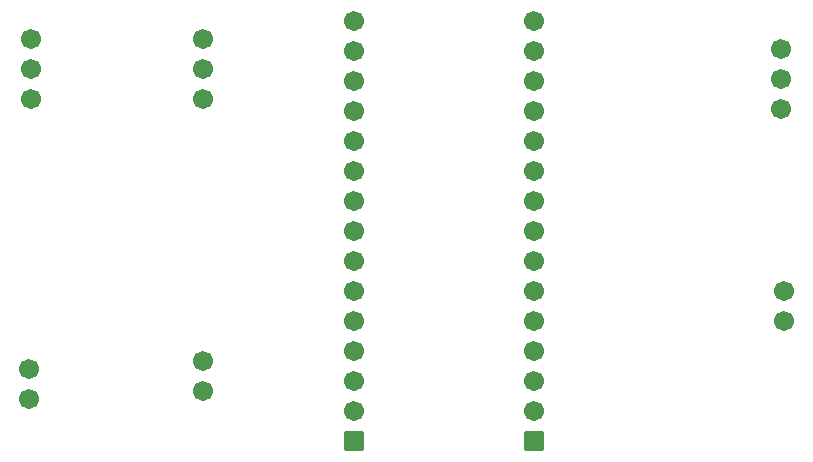
<source format=gts>
G04 Layer: TopSolderMaskLayer*
G04 EasyEDA v6.5.12, 2022-08-13 19:42:35*
G04 9ce99227bc0a4aedad01d0d7efa1a16d,d2a3e1526f234093adc7d0cc0e5670ed,10*
G04 Gerber Generator version 0.2*
G04 Scale: 100 percent, Rotated: No, Reflected: No *
G04 Dimensions in millimeters *
G04 leading zeros omitted , absolute positions ,4 integer and 5 decimal *
%FSLAX45Y45*%
%MOMM*%

%AMMACRO1*1,1,$1,$2,$3*1,1,$1,$4,$5*1,1,$1,0-$2,0-$3*1,1,$1,0-$4,0-$5*20,1,$1,$2,$3,$4,$5,0*20,1,$1,$4,$5,0-$2,0-$3,0*20,1,$1,0-$2,0-$3,0-$4,0-$5,0*20,1,$1,0-$4,0-$5,$2,$3,0*4,1,4,$2,$3,$4,$5,0-$2,0-$3,0-$4,0-$5,$2,$3,0*%
%ADD10C,1.7016*%
%ADD11MACRO1,0.1016X0.8X0.8X0.8X-0.8*%

%LPD*%
D10*
G01*
X6177534Y5486400D03*
G01*
X6177534Y5740400D03*
G01*
X12567665Y6400800D03*
G01*
X12567665Y6146800D03*
G01*
X7650734Y5549900D03*
G01*
X7650734Y5803900D03*
G01*
X12542265Y8445500D03*
G01*
X12542265Y8191500D03*
G01*
X12542265Y7937500D03*
D11*
G01*
X10452100Y5130800D03*
D10*
G01*
X8928100Y5384800D03*
G01*
X8928100Y5892800D03*
G01*
X8928100Y6400800D03*
G01*
X8928100Y6908800D03*
G01*
X8928100Y7416800D03*
G01*
X8928100Y7924800D03*
G01*
X8928100Y8432800D03*
G01*
X10452100Y8686800D03*
G01*
X10452100Y8178800D03*
G01*
X10452100Y7670800D03*
G01*
X10452100Y7162800D03*
G01*
X10452100Y6654800D03*
G01*
X10452100Y6146800D03*
G01*
X10452100Y5638800D03*
G01*
X10452100Y5384800D03*
G01*
X10452100Y5892800D03*
G01*
X10452100Y6400800D03*
G01*
X10452100Y6908800D03*
G01*
X10452100Y7416800D03*
G01*
X10452100Y7924800D03*
G01*
X10452100Y8432800D03*
G01*
X8928100Y8686800D03*
G01*
X8928100Y8178800D03*
G01*
X8928100Y7670800D03*
G01*
X8928100Y7162800D03*
G01*
X8928100Y6654800D03*
G01*
X8928100Y6146800D03*
G01*
X8928100Y5638800D03*
D11*
G01*
X8928100Y5130800D03*
D10*
G01*
X6190234Y8026400D03*
G01*
X6190234Y8280400D03*
G01*
X6190234Y8534400D03*
G01*
X7650734Y8026400D03*
G01*
X7650734Y8280400D03*
G01*
X7650734Y8534400D03*
M02*

</source>
